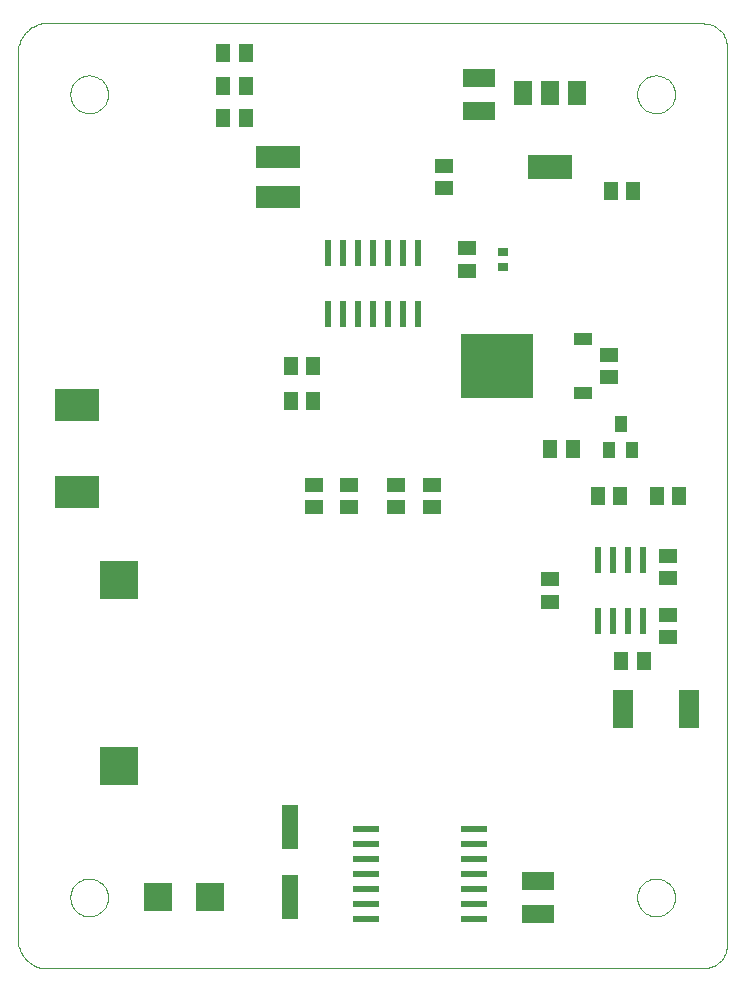
<source format=gtp>
G75*
G70*
%OFA0B0*%
%FSLAX24Y24*%
%IPPOS*%
%LPD*%
%AMOC8*
5,1,8,0,0,1.08239X$1,22.5*
%
%ADD10C,0.0000*%
%ADD11R,0.0591X0.0512*%
%ADD12R,0.0512X0.0591*%
%ADD13R,0.1500X0.0760*%
%ADD14R,0.0236X0.0866*%
%ADD15R,0.0866X0.0236*%
%ADD16R,0.1063X0.0630*%
%ADD17R,0.0551X0.1496*%
%ADD18R,0.1260X0.1260*%
%ADD19R,0.2441X0.2126*%
%ADD20R,0.0630X0.0394*%
%ADD21R,0.0394X0.0551*%
%ADD22R,0.0709X0.1260*%
%ADD23R,0.0591X0.0787*%
%ADD24R,0.1496X0.0787*%
%ADD25R,0.1496X0.1102*%
%ADD26R,0.0945X0.0945*%
%ADD27R,0.0354X0.0276*%
D10*
X015719Y008027D02*
X015719Y037160D01*
X015718Y037160D02*
X015708Y037220D01*
X015702Y037280D01*
X015699Y037341D01*
X015700Y037401D01*
X015704Y037462D01*
X015713Y037522D01*
X015724Y037581D01*
X015740Y037640D01*
X015759Y037698D01*
X015781Y037754D01*
X015807Y037809D01*
X015836Y037862D01*
X015868Y037914D01*
X015903Y037963D01*
X015941Y038011D01*
X015982Y038055D01*
X016025Y038098D01*
X016071Y038137D01*
X016119Y038174D01*
X016170Y038208D01*
X016222Y038238D01*
X016276Y038266D01*
X016332Y038290D01*
X016389Y038311D01*
X016447Y038328D01*
X016506Y038342D01*
X038553Y038342D01*
X038553Y038341D02*
X038607Y038339D01*
X038660Y038334D01*
X038713Y038325D01*
X038765Y038312D01*
X038817Y038296D01*
X038867Y038276D01*
X038915Y038253D01*
X038962Y038226D01*
X039007Y038197D01*
X039050Y038164D01*
X039090Y038129D01*
X039128Y038091D01*
X039163Y038051D01*
X039196Y038008D01*
X039225Y037963D01*
X039252Y037916D01*
X039275Y037868D01*
X039295Y037818D01*
X039311Y037766D01*
X039324Y037714D01*
X039333Y037661D01*
X039338Y037608D01*
X039340Y037554D01*
X039341Y037554D02*
X039341Y007633D01*
X039340Y007633D02*
X039338Y007579D01*
X039333Y007526D01*
X039324Y007473D01*
X039311Y007421D01*
X039295Y007369D01*
X039275Y007319D01*
X039252Y007271D01*
X039225Y007224D01*
X039196Y007179D01*
X039163Y007136D01*
X039128Y007096D01*
X039090Y007058D01*
X039050Y007023D01*
X039007Y006990D01*
X038962Y006961D01*
X038915Y006934D01*
X038867Y006911D01*
X038817Y006891D01*
X038765Y006875D01*
X038713Y006862D01*
X038660Y006853D01*
X038607Y006848D01*
X038553Y006846D01*
X016506Y006846D01*
X016506Y006845D02*
X016447Y006859D01*
X016389Y006876D01*
X016332Y006897D01*
X016276Y006921D01*
X016222Y006949D01*
X016170Y006979D01*
X016119Y007013D01*
X016071Y007050D01*
X016025Y007089D01*
X015982Y007132D01*
X015941Y007176D01*
X015903Y007224D01*
X015868Y007273D01*
X015836Y007325D01*
X015807Y007378D01*
X015781Y007433D01*
X015759Y007489D01*
X015740Y007547D01*
X015724Y007606D01*
X015713Y007665D01*
X015704Y007725D01*
X015700Y007786D01*
X015699Y007846D01*
X015702Y007907D01*
X015708Y007967D01*
X015718Y008027D01*
X017451Y009208D02*
X017453Y009258D01*
X017459Y009308D01*
X017469Y009357D01*
X017483Y009405D01*
X017500Y009452D01*
X017521Y009497D01*
X017546Y009541D01*
X017574Y009582D01*
X017606Y009621D01*
X017640Y009658D01*
X017677Y009692D01*
X017717Y009722D01*
X017759Y009749D01*
X017803Y009773D01*
X017849Y009794D01*
X017896Y009810D01*
X017944Y009823D01*
X017994Y009832D01*
X018043Y009837D01*
X018094Y009838D01*
X018144Y009835D01*
X018193Y009828D01*
X018242Y009817D01*
X018290Y009802D01*
X018336Y009784D01*
X018381Y009762D01*
X018424Y009736D01*
X018465Y009707D01*
X018504Y009675D01*
X018540Y009640D01*
X018572Y009602D01*
X018602Y009562D01*
X018629Y009519D01*
X018652Y009475D01*
X018671Y009429D01*
X018687Y009381D01*
X018699Y009332D01*
X018707Y009283D01*
X018711Y009233D01*
X018711Y009183D01*
X018707Y009133D01*
X018699Y009084D01*
X018687Y009035D01*
X018671Y008987D01*
X018652Y008941D01*
X018629Y008897D01*
X018602Y008854D01*
X018572Y008814D01*
X018540Y008776D01*
X018504Y008741D01*
X018465Y008709D01*
X018424Y008680D01*
X018381Y008654D01*
X018336Y008632D01*
X018290Y008614D01*
X018242Y008599D01*
X018193Y008588D01*
X018144Y008581D01*
X018094Y008578D01*
X018043Y008579D01*
X017994Y008584D01*
X017944Y008593D01*
X017896Y008606D01*
X017849Y008622D01*
X017803Y008643D01*
X017759Y008667D01*
X017717Y008694D01*
X017677Y008724D01*
X017640Y008758D01*
X017606Y008795D01*
X017574Y008834D01*
X017546Y008875D01*
X017521Y008919D01*
X017500Y008964D01*
X017483Y009011D01*
X017469Y009059D01*
X017459Y009108D01*
X017453Y009158D01*
X017451Y009208D01*
X036349Y009208D02*
X036351Y009258D01*
X036357Y009308D01*
X036367Y009357D01*
X036381Y009405D01*
X036398Y009452D01*
X036419Y009497D01*
X036444Y009541D01*
X036472Y009582D01*
X036504Y009621D01*
X036538Y009658D01*
X036575Y009692D01*
X036615Y009722D01*
X036657Y009749D01*
X036701Y009773D01*
X036747Y009794D01*
X036794Y009810D01*
X036842Y009823D01*
X036892Y009832D01*
X036941Y009837D01*
X036992Y009838D01*
X037042Y009835D01*
X037091Y009828D01*
X037140Y009817D01*
X037188Y009802D01*
X037234Y009784D01*
X037279Y009762D01*
X037322Y009736D01*
X037363Y009707D01*
X037402Y009675D01*
X037438Y009640D01*
X037470Y009602D01*
X037500Y009562D01*
X037527Y009519D01*
X037550Y009475D01*
X037569Y009429D01*
X037585Y009381D01*
X037597Y009332D01*
X037605Y009283D01*
X037609Y009233D01*
X037609Y009183D01*
X037605Y009133D01*
X037597Y009084D01*
X037585Y009035D01*
X037569Y008987D01*
X037550Y008941D01*
X037527Y008897D01*
X037500Y008854D01*
X037470Y008814D01*
X037438Y008776D01*
X037402Y008741D01*
X037363Y008709D01*
X037322Y008680D01*
X037279Y008654D01*
X037234Y008632D01*
X037188Y008614D01*
X037140Y008599D01*
X037091Y008588D01*
X037042Y008581D01*
X036992Y008578D01*
X036941Y008579D01*
X036892Y008584D01*
X036842Y008593D01*
X036794Y008606D01*
X036747Y008622D01*
X036701Y008643D01*
X036657Y008667D01*
X036615Y008694D01*
X036575Y008724D01*
X036538Y008758D01*
X036504Y008795D01*
X036472Y008834D01*
X036444Y008875D01*
X036419Y008919D01*
X036398Y008964D01*
X036381Y009011D01*
X036367Y009059D01*
X036357Y009108D01*
X036351Y009158D01*
X036349Y009208D01*
X036349Y035979D02*
X036351Y036029D01*
X036357Y036079D01*
X036367Y036128D01*
X036381Y036176D01*
X036398Y036223D01*
X036419Y036268D01*
X036444Y036312D01*
X036472Y036353D01*
X036504Y036392D01*
X036538Y036429D01*
X036575Y036463D01*
X036615Y036493D01*
X036657Y036520D01*
X036701Y036544D01*
X036747Y036565D01*
X036794Y036581D01*
X036842Y036594D01*
X036892Y036603D01*
X036941Y036608D01*
X036992Y036609D01*
X037042Y036606D01*
X037091Y036599D01*
X037140Y036588D01*
X037188Y036573D01*
X037234Y036555D01*
X037279Y036533D01*
X037322Y036507D01*
X037363Y036478D01*
X037402Y036446D01*
X037438Y036411D01*
X037470Y036373D01*
X037500Y036333D01*
X037527Y036290D01*
X037550Y036246D01*
X037569Y036200D01*
X037585Y036152D01*
X037597Y036103D01*
X037605Y036054D01*
X037609Y036004D01*
X037609Y035954D01*
X037605Y035904D01*
X037597Y035855D01*
X037585Y035806D01*
X037569Y035758D01*
X037550Y035712D01*
X037527Y035668D01*
X037500Y035625D01*
X037470Y035585D01*
X037438Y035547D01*
X037402Y035512D01*
X037363Y035480D01*
X037322Y035451D01*
X037279Y035425D01*
X037234Y035403D01*
X037188Y035385D01*
X037140Y035370D01*
X037091Y035359D01*
X037042Y035352D01*
X036992Y035349D01*
X036941Y035350D01*
X036892Y035355D01*
X036842Y035364D01*
X036794Y035377D01*
X036747Y035393D01*
X036701Y035414D01*
X036657Y035438D01*
X036615Y035465D01*
X036575Y035495D01*
X036538Y035529D01*
X036504Y035566D01*
X036472Y035605D01*
X036444Y035646D01*
X036419Y035690D01*
X036398Y035735D01*
X036381Y035782D01*
X036367Y035830D01*
X036357Y035879D01*
X036351Y035929D01*
X036349Y035979D01*
X017451Y035979D02*
X017453Y036029D01*
X017459Y036079D01*
X017469Y036128D01*
X017483Y036176D01*
X017500Y036223D01*
X017521Y036268D01*
X017546Y036312D01*
X017574Y036353D01*
X017606Y036392D01*
X017640Y036429D01*
X017677Y036463D01*
X017717Y036493D01*
X017759Y036520D01*
X017803Y036544D01*
X017849Y036565D01*
X017896Y036581D01*
X017944Y036594D01*
X017994Y036603D01*
X018043Y036608D01*
X018094Y036609D01*
X018144Y036606D01*
X018193Y036599D01*
X018242Y036588D01*
X018290Y036573D01*
X018336Y036555D01*
X018381Y036533D01*
X018424Y036507D01*
X018465Y036478D01*
X018504Y036446D01*
X018540Y036411D01*
X018572Y036373D01*
X018602Y036333D01*
X018629Y036290D01*
X018652Y036246D01*
X018671Y036200D01*
X018687Y036152D01*
X018699Y036103D01*
X018707Y036054D01*
X018711Y036004D01*
X018711Y035954D01*
X018707Y035904D01*
X018699Y035855D01*
X018687Y035806D01*
X018671Y035758D01*
X018652Y035712D01*
X018629Y035668D01*
X018602Y035625D01*
X018572Y035585D01*
X018540Y035547D01*
X018504Y035512D01*
X018465Y035480D01*
X018424Y035451D01*
X018381Y035425D01*
X018336Y035403D01*
X018290Y035385D01*
X018242Y035370D01*
X018193Y035359D01*
X018144Y035352D01*
X018094Y035349D01*
X018043Y035350D01*
X017994Y035355D01*
X017944Y035364D01*
X017896Y035377D01*
X017849Y035393D01*
X017803Y035414D01*
X017759Y035438D01*
X017717Y035465D01*
X017677Y035495D01*
X017640Y035529D01*
X017606Y035566D01*
X017574Y035605D01*
X017546Y035646D01*
X017521Y035690D01*
X017500Y035735D01*
X017483Y035782D01*
X017469Y035830D01*
X017459Y035879D01*
X017453Y035929D01*
X017451Y035979D01*
D11*
X025561Y022968D03*
X025561Y022220D03*
X026742Y022220D03*
X026742Y022968D03*
X028317Y022968D03*
X028317Y022220D03*
X029498Y022220D03*
X029498Y022968D03*
X033435Y019818D03*
X033435Y019070D03*
X037372Y018637D03*
X037372Y017889D03*
X037372Y019857D03*
X037372Y020605D03*
X035404Y026550D03*
X035404Y027298D03*
X030679Y030094D03*
X030679Y030842D03*
X029892Y032849D03*
X029892Y033598D03*
D12*
X035463Y032751D03*
X036211Y032751D03*
X034203Y024168D03*
X033455Y024168D03*
X035030Y022594D03*
X035778Y022594D03*
X036998Y022594D03*
X037746Y022594D03*
X036565Y017082D03*
X035817Y017082D03*
X025542Y025743D03*
X024794Y025743D03*
X024794Y026924D03*
X025542Y026924D03*
X023298Y035192D03*
X022549Y035192D03*
X022549Y036255D03*
X023298Y036255D03*
X023298Y037357D03*
X022549Y037357D03*
D13*
X024380Y033893D03*
X024380Y032554D03*
D14*
X026030Y030704D03*
X026530Y030704D03*
X027030Y030704D03*
X027530Y030704D03*
X028030Y030704D03*
X028530Y030704D03*
X029030Y030704D03*
X029030Y028657D03*
X028530Y028657D03*
X028030Y028657D03*
X027530Y028657D03*
X027030Y028657D03*
X026530Y028657D03*
X026030Y028657D03*
X035048Y020468D03*
X035548Y020468D03*
X036048Y020468D03*
X036548Y020468D03*
X036548Y018420D03*
X036048Y018420D03*
X035548Y018420D03*
X035048Y018420D03*
D15*
X030916Y011495D03*
X030916Y010995D03*
X030916Y010495D03*
X030916Y009995D03*
X030916Y009495D03*
X030916Y008995D03*
X030916Y008495D03*
X027294Y008495D03*
X027294Y008995D03*
X027294Y009495D03*
X027294Y009995D03*
X027294Y010495D03*
X027294Y010995D03*
X027294Y011495D03*
D16*
X033042Y009759D03*
X033042Y008657D03*
X031073Y035428D03*
X031073Y036531D03*
D17*
X024774Y011570D03*
X024774Y009208D03*
D18*
X019065Y013578D03*
X019065Y019798D03*
D19*
X031664Y026924D03*
D20*
X034538Y026027D03*
X034538Y027822D03*
D21*
X035798Y024995D03*
X036172Y024129D03*
X035423Y024129D03*
D22*
X035876Y015507D03*
X038081Y015507D03*
D23*
X034341Y036038D03*
X033435Y036038D03*
X032530Y036038D03*
D24*
X033435Y033558D03*
D25*
X017687Y025625D03*
X017687Y022712D03*
D26*
X020364Y009208D03*
X022097Y009208D03*
D27*
X031860Y030212D03*
X031860Y030723D03*
M02*

</source>
